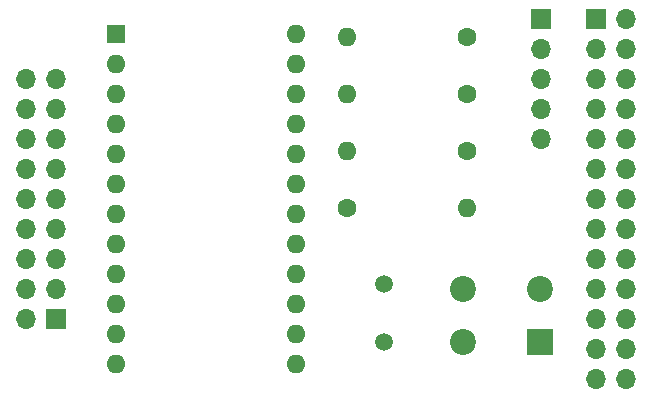
<source format=gbr>
%TF.GenerationSoftware,KiCad,Pcbnew,(6.0.2)*%
%TF.CreationDate,2022-03-14T19:59:34-05:00*%
%TF.ProjectId,SerialClockFlyover,53657269-616c-4436-9c6f-636b466c796f,rev?*%
%TF.SameCoordinates,Original*%
%TF.FileFunction,Soldermask,Bot*%
%TF.FilePolarity,Negative*%
%FSLAX46Y46*%
G04 Gerber Fmt 4.6, Leading zero omitted, Abs format (unit mm)*
G04 Created by KiCad (PCBNEW (6.0.2)) date 2022-03-14 19:59:34*
%MOMM*%
%LPD*%
G01*
G04 APERTURE LIST*
%ADD10C,1.600000*%
%ADD11O,1.600000X1.600000*%
%ADD12R,1.700000X1.700000*%
%ADD13O,1.700000X1.700000*%
%ADD14C,1.500000*%
%ADD15R,1.600000X1.600000*%
%ADD16R,2.200000X2.200000*%
%ADD17C,2.200000*%
G04 APERTURE END LIST*
D10*
%TO.C,R4*%
X184658000Y-103632000D03*
D11*
X194818000Y-103632000D03*
%TD*%
D12*
%TO.C,J2*%
X160020000Y-113030000D03*
D13*
X157480000Y-113030000D03*
X160020000Y-110490000D03*
X157480000Y-110490000D03*
X160020000Y-107950000D03*
X157480000Y-107950000D03*
X160020000Y-105410000D03*
X157480000Y-105410000D03*
X160020000Y-102870000D03*
X157480000Y-102870000D03*
X160020000Y-100330000D03*
X157480000Y-100330000D03*
X160020000Y-97790000D03*
X157480000Y-97790000D03*
X160020000Y-95250000D03*
X157480000Y-95250000D03*
X160020000Y-92710000D03*
X157480000Y-92710000D03*
%TD*%
D14*
%TO.C,Y1*%
X187807600Y-114921200D03*
X187807600Y-110021200D03*
%TD*%
D10*
%TO.C,R1*%
X194818000Y-89154000D03*
D11*
X184658000Y-89154000D03*
%TD*%
D10*
%TO.C,R2*%
X194818000Y-93980000D03*
D11*
X184658000Y-93980000D03*
%TD*%
D15*
%TO.C,U1*%
X165100000Y-88900000D03*
D11*
X165100000Y-91440000D03*
X165100000Y-93980000D03*
X165100000Y-96520000D03*
X165100000Y-99060000D03*
X165100000Y-101600000D03*
X165100000Y-104140000D03*
X165100000Y-106680000D03*
X165100000Y-109220000D03*
X165100000Y-111760000D03*
X165100000Y-114300000D03*
X165100000Y-116840000D03*
X180340000Y-116840000D03*
X180340000Y-114300000D03*
X180340000Y-111760000D03*
X180340000Y-109220000D03*
X180340000Y-106680000D03*
X180340000Y-104140000D03*
X180340000Y-101600000D03*
X180340000Y-99060000D03*
X180340000Y-96520000D03*
X180340000Y-93980000D03*
X180340000Y-91440000D03*
X180340000Y-88900000D03*
%TD*%
D12*
%TO.C,J3*%
X201117200Y-87630000D03*
D13*
X201117200Y-90170000D03*
X201117200Y-92710000D03*
X201117200Y-95250000D03*
X201117200Y-97790000D03*
%TD*%
D16*
%TO.C,S1*%
X201015600Y-114960400D03*
D17*
X194515600Y-114960400D03*
X201015600Y-110460400D03*
X194515600Y-110460400D03*
%TD*%
D10*
%TO.C,R3*%
X194818000Y-98806000D03*
D11*
X184658000Y-98806000D03*
%TD*%
D12*
%TO.C,J1*%
X205740000Y-87630000D03*
D13*
X208280000Y-87630000D03*
X205740000Y-90170000D03*
X208280000Y-90170000D03*
X205740000Y-92710000D03*
X208280000Y-92710000D03*
X205740000Y-95250000D03*
X208280000Y-95250000D03*
X205740000Y-97790000D03*
X208280000Y-97790000D03*
X205740000Y-100330000D03*
X208280000Y-100330000D03*
X205740000Y-102870000D03*
X208280000Y-102870000D03*
X205740000Y-105410000D03*
X208280000Y-105410000D03*
X205740000Y-107950000D03*
X208280000Y-107950000D03*
X205740000Y-110490000D03*
X208280000Y-110490000D03*
X205740000Y-113030000D03*
X208280000Y-113030000D03*
X205740000Y-115570000D03*
X208280000Y-115570000D03*
X205740000Y-118110000D03*
X208280000Y-118110000D03*
%TD*%
M02*

</source>
